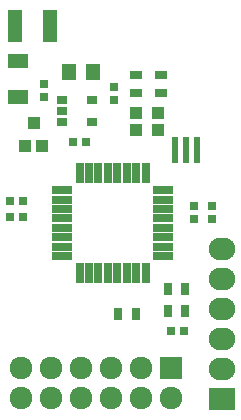
<source format=gts>
G04 #@! TF.FileFunction,Soldermask,Top*
%FSLAX46Y46*%
G04 Gerber Fmt 4.6, Leading zero omitted, Abs format (unit mm)*
G04 Created by KiCad (PCBNEW (2014-11-21 BZR 5297)-product) date Do 05 Feb 2015 11:43:21 CET*
%MOMM*%
G01*
G04 APERTURE LIST*
%ADD10C,0.100000*%
%ADD11R,1.927200X1.927200*%
%ADD12O,1.927200X1.927200*%
%ADD13R,0.700000X0.800000*%
%ADD14R,1.800000X1.200000*%
%ADD15R,0.800000X0.700000*%
%ADD16R,1.200000X1.450000*%
%ADD17R,1.000100X1.000100*%
%ADD18R,0.997560X0.997560*%
%ADD19R,1.800000X0.750000*%
%ADD20R,0.750000X1.800000*%
%ADD21R,0.700000X1.100000*%
%ADD22R,1.100000X0.700000*%
%ADD23R,0.962000X0.708000*%
%ADD24R,0.500000X2.200000*%
%ADD25R,2.232000X1.927200*%
%ADD26O,2.232000X1.927200*%
%ADD27R,1.200000X2.700000*%
G04 APERTURE END LIST*
D10*
D11*
X212450000Y-86530000D03*
D12*
X212450000Y-89070000D03*
X209910000Y-86530000D03*
X209910000Y-89070000D03*
X207370000Y-86530000D03*
X207370000Y-89070000D03*
X204830000Y-86530000D03*
X204830000Y-89070000D03*
X202290000Y-86530000D03*
X202290000Y-89070000D03*
X199750000Y-86530000D03*
X199750000Y-89070000D03*
D13*
X201700000Y-63650000D03*
X201700000Y-62550000D03*
D14*
X199500000Y-63600000D03*
X199500000Y-60600000D03*
D15*
X205250000Y-67400000D03*
X204150000Y-67400000D03*
D16*
X205800000Y-61500000D03*
X203800000Y-61500000D03*
D15*
X199950000Y-73800000D03*
X198850000Y-73800000D03*
D13*
X207600000Y-63850000D03*
X207600000Y-62750000D03*
X214400000Y-72850000D03*
X214400000Y-73950000D03*
X215900000Y-73950000D03*
X215900000Y-72850000D03*
D15*
X199950000Y-72400000D03*
X198850000Y-72400000D03*
X212450000Y-83400000D03*
X213550000Y-83400000D03*
D17*
X200098960Y-67800760D03*
X201501040Y-67800760D03*
X200800000Y-65801780D03*
D18*
X211300000Y-66449300D03*
X211300000Y-64950700D03*
X209500000Y-66449300D03*
X209500000Y-64950700D03*
D19*
X211750000Y-77100000D03*
X211750000Y-76300000D03*
X211750000Y-75500000D03*
X211750000Y-74700000D03*
X211750000Y-73900000D03*
X211750000Y-73100000D03*
X211750000Y-72300000D03*
X211750000Y-71500000D03*
D20*
X210300000Y-70050000D03*
X209500000Y-70050000D03*
X208700000Y-70050000D03*
X207900000Y-70050000D03*
X207100000Y-70050000D03*
X206300000Y-70050000D03*
X205500000Y-70050000D03*
X204700000Y-70050000D03*
D19*
X203250000Y-71500000D03*
X203250000Y-72300000D03*
X203250000Y-73100000D03*
X203250000Y-73900000D03*
X203250000Y-74700000D03*
X203250000Y-75500000D03*
X203250000Y-76300000D03*
X203250000Y-77100000D03*
D20*
X204700000Y-78550000D03*
X205500000Y-78550000D03*
X206300000Y-78550000D03*
X207100000Y-78550000D03*
X207900000Y-78550000D03*
X208700000Y-78550000D03*
X209500000Y-78550000D03*
X210300000Y-78550000D03*
D21*
X212150000Y-81700000D03*
X213650000Y-81700000D03*
X212150000Y-79900000D03*
X213650000Y-79900000D03*
X207950000Y-82000000D03*
X209450000Y-82000000D03*
D22*
X211600000Y-61750000D03*
X211600000Y-63250000D03*
X209500000Y-61750000D03*
X209500000Y-63250000D03*
D23*
X203230000Y-63847500D03*
X203230000Y-65752500D03*
X205770000Y-63847500D03*
X203230000Y-64800000D03*
X205770000Y-65752500D03*
D24*
X214650000Y-68100000D03*
X213700000Y-68100000D03*
X212750000Y-68100000D03*
D25*
X216800000Y-89150000D03*
D26*
X216800000Y-86610000D03*
X216800000Y-84070000D03*
X216800000Y-81530000D03*
X216800000Y-78990000D03*
X216800000Y-76450000D03*
D27*
X202200000Y-57600000D03*
X199200000Y-57600000D03*
M02*

</source>
